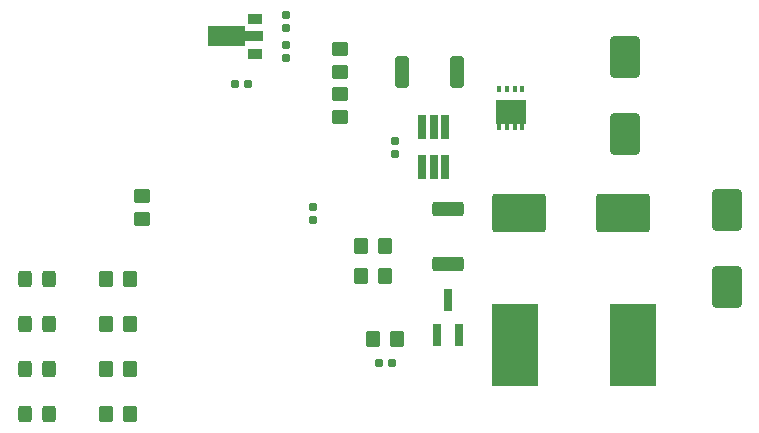
<source format=gtp>
G04 #@! TF.GenerationSoftware,KiCad,Pcbnew,7.0.7*
G04 #@! TF.CreationDate,2023-12-28T09:21:24+02:00*
G04 #@! TF.ProjectId,LED Dimmer,4c454420-4469-46d6-9d65-722e6b696361,rev?*
G04 #@! TF.SameCoordinates,Original*
G04 #@! TF.FileFunction,Paste,Top*
G04 #@! TF.FilePolarity,Positive*
%FSLAX46Y46*%
G04 Gerber Fmt 4.6, Leading zero omitted, Abs format (unit mm)*
G04 Created by KiCad (PCBNEW 7.0.7) date 2023-12-28 09:21:24*
%MOMM*%
%LPD*%
G01*
G04 APERTURE LIST*
G04 Aperture macros list*
%AMRoundRect*
0 Rectangle with rounded corners*
0 $1 Rounding radius*
0 $2 $3 $4 $5 $6 $7 $8 $9 X,Y pos of 4 corners*
0 Add a 4 corners polygon primitive as box body*
4,1,4,$2,$3,$4,$5,$6,$7,$8,$9,$2,$3,0*
0 Add four circle primitives for the rounded corners*
1,1,$1+$1,$2,$3*
1,1,$1+$1,$4,$5*
1,1,$1+$1,$6,$7*
1,1,$1+$1,$8,$9*
0 Add four rect primitives between the rounded corners*
20,1,$1+$1,$2,$3,$4,$5,0*
20,1,$1+$1,$4,$5,$6,$7,0*
20,1,$1+$1,$6,$7,$8,$9,0*
20,1,$1+$1,$8,$9,$2,$3,0*%
%AMFreePoly0*
4,1,9,3.862500,-0.866500,0.737500,-0.866500,0.737500,-0.450000,-0.737500,-0.450000,-0.737500,0.450000,0.737500,0.450000,0.737500,0.866500,3.862500,0.866500,3.862500,-0.866500,3.862500,-0.866500,$1*%
G04 Aperture macros list end*
%ADD10RoundRect,0.250000X0.350000X0.450000X-0.350000X0.450000X-0.350000X-0.450000X0.350000X-0.450000X0*%
%ADD11RoundRect,0.155000X-0.212500X-0.155000X0.212500X-0.155000X0.212500X0.155000X-0.212500X0.155000X0*%
%ADD12RoundRect,0.250000X-0.450000X0.350000X-0.450000X-0.350000X0.450000X-0.350000X0.450000X0.350000X0*%
%ADD13R,0.650000X2.000000*%
%ADD14RoundRect,0.250000X-0.325000X-0.450000X0.325000X-0.450000X0.325000X0.450000X-0.325000X0.450000X0*%
%ADD15RoundRect,0.155000X-0.155000X0.212500X-0.155000X-0.212500X0.155000X-0.212500X0.155000X0.212500X0*%
%ADD16RoundRect,0.250000X-0.350000X-0.450000X0.350000X-0.450000X0.350000X0.450000X-0.350000X0.450000X0*%
%ADD17RoundRect,0.250000X1.000000X-1.500000X1.000000X1.500000X-1.000000X1.500000X-1.000000X-1.500000X0*%
%ADD18RoundRect,0.155000X0.155000X-0.212500X0.155000X0.212500X-0.155000X0.212500X-0.155000X-0.212500X0*%
%ADD19RoundRect,0.250000X2.000000X-1.400000X2.000000X1.400000X-2.000000X1.400000X-2.000000X-1.400000X0*%
%ADD20R,4.000000X7.000000*%
%ADD21R,0.400000X0.600000*%
%ADD22R,0.400000X0.550000*%
%ADD23R,2.650000X2.030000*%
%ADD24R,0.800000X1.900000*%
%ADD25R,1.300000X0.900000*%
%ADD26FreePoly0,180.000000*%
%ADD27RoundRect,0.250000X-1.000000X1.500000X-1.000000X-1.500000X1.000000X-1.500000X1.000000X1.500000X0*%
%ADD28RoundRect,0.250000X-0.362500X-1.075000X0.362500X-1.075000X0.362500X1.075000X-0.362500X1.075000X0*%
%ADD29RoundRect,0.250000X1.075000X-0.362500X1.075000X0.362500X-1.075000X0.362500X-1.075000X-0.362500X0*%
G04 APERTURE END LIST*
D10*
X183864000Y-111252000D03*
X181864000Y-111252000D03*
D11*
X192726500Y-87122000D03*
X193861500Y-87122000D03*
D12*
X201676000Y-84090000D03*
X201676000Y-86090000D03*
D13*
X208620000Y-94152000D03*
X209570000Y-94152000D03*
X210520000Y-94152000D03*
X210520000Y-90732000D03*
X209570000Y-90732000D03*
X208620000Y-90732000D03*
D14*
X174972000Y-103632000D03*
X177022000Y-103632000D03*
D15*
X197104000Y-81220500D03*
X197104000Y-82355500D03*
D16*
X203470000Y-100838000D03*
X205470000Y-100838000D03*
D17*
X234396000Y-104284000D03*
X234396000Y-97784000D03*
D10*
X183864000Y-107442000D03*
X181864000Y-107442000D03*
D14*
X174972000Y-111252000D03*
X177022000Y-111252000D03*
D18*
X197104000Y-84895500D03*
X197104000Y-83760500D03*
D11*
X204918500Y-110744000D03*
X206053500Y-110744000D03*
D10*
X183864000Y-115062000D03*
X181864000Y-115062000D03*
D19*
X216788000Y-97986000D03*
X225588000Y-97986000D03*
D12*
X201676000Y-87900000D03*
X201676000Y-89900000D03*
D20*
X216442000Y-109162000D03*
X226442000Y-109162000D03*
D21*
X217083000Y-87496000D03*
X216433000Y-87496000D03*
X215783000Y-87496000D03*
X215133000Y-87496000D03*
D22*
X217083000Y-90721000D03*
X216433000Y-90721000D03*
D23*
X216108000Y-89431000D03*
D22*
X215783000Y-90721000D03*
X215133000Y-90721000D03*
D18*
X199390000Y-98611500D03*
X199390000Y-97476500D03*
D24*
X209824000Y-108376000D03*
X211724000Y-108376000D03*
X210774000Y-105376000D03*
D14*
X174972000Y-107442000D03*
X177022000Y-107442000D03*
D25*
X194482000Y-84558000D03*
D26*
X194394500Y-83058000D03*
D25*
X194482000Y-81558000D03*
D15*
X206268000Y-91874500D03*
X206268000Y-93009500D03*
D12*
X184912000Y-96536000D03*
X184912000Y-98536000D03*
D16*
X204486000Y-108712000D03*
X206486000Y-108712000D03*
D10*
X183880000Y-103632000D03*
X181880000Y-103632000D03*
D27*
X225760000Y-84830000D03*
X225760000Y-91330000D03*
D28*
X206937500Y-86048000D03*
X211562500Y-86048000D03*
D10*
X205470000Y-103378000D03*
X203470000Y-103378000D03*
D29*
X210774000Y-102330500D03*
X210774000Y-97705500D03*
D14*
X174981000Y-115062000D03*
X177031000Y-115062000D03*
M02*

</source>
